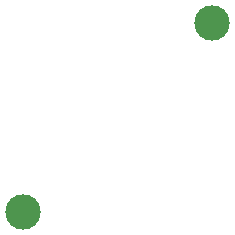
<source format=gbr>
%TF.GenerationSoftware,KiCad,Pcbnew,7.0.7*%
%TF.CreationDate,2024-01-18T12:22:39-05:00*%
%TF.ProjectId,LED_board,4c45445f-626f-4617-9264-2e6b69636164,rev?*%
%TF.SameCoordinates,Original*%
%TF.FileFunction,Copper,L2,Bot*%
%TF.FilePolarity,Positive*%
%FSLAX46Y46*%
G04 Gerber Fmt 4.6, Leading zero omitted, Abs format (unit mm)*
G04 Created by KiCad (PCBNEW 7.0.7) date 2024-01-18 12:22:39*
%MOMM*%
%LPD*%
G01*
G04 APERTURE LIST*
%TA.AperFunction,ViaPad*%
%ADD10C,3.000000*%
%TD*%
G04 APERTURE END LIST*
D10*
%TO.N,/Vin*%
X92000000Y-108000000D03*
%TO.N,/GND*%
X108000000Y-92000000D03*
%TD*%
M02*

</source>
